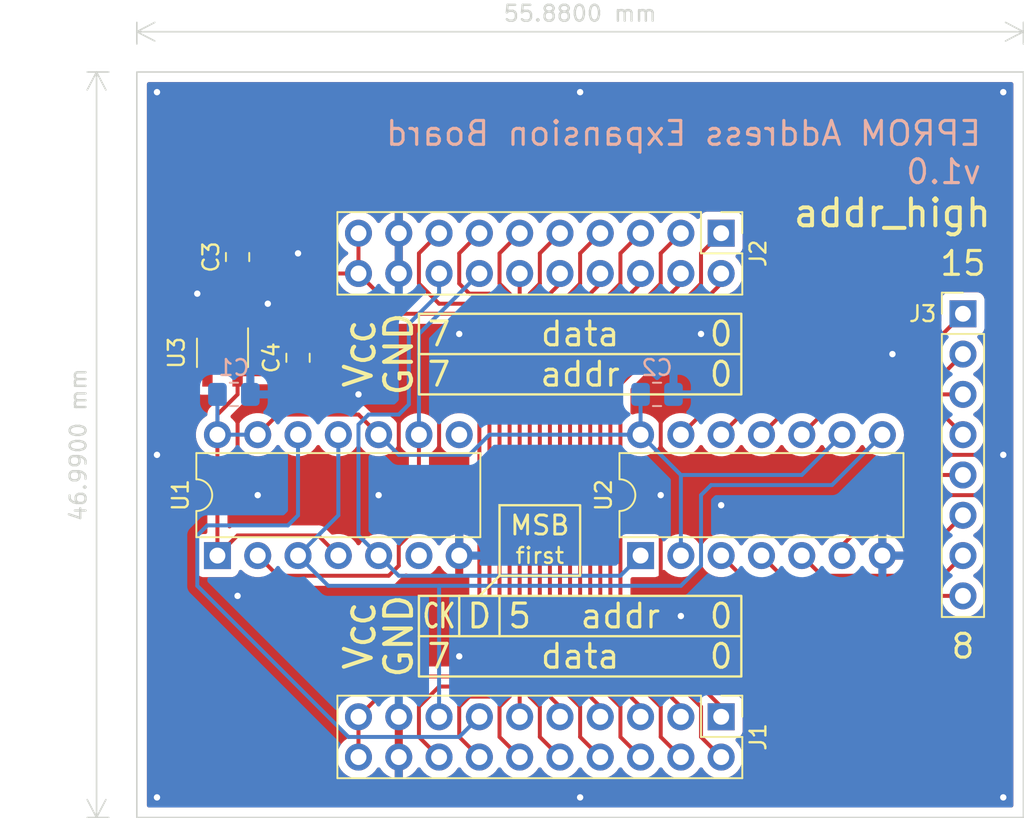
<source format=kicad_pcb>
(kicad_pcb (version 20211014) (generator pcbnew)
  (layers (0 "F.Cu" signal) (31 "B.Cu" signal) (34 "B.Paste" user) (35 "F.Paste" user) (36 "B.SilkS" user "B.Silkscreen") (37 "F.SilkS" user "F.Silkscreen") (38 "B.Mask" user) (39 "F.Mask" user) (44 "Edge.Cuts" user))
  (net 0 "")
  (net 1 "+5V")
  (net 2 "GND")
  (net 3 "VCC")
  (net 4 "/addr0")
  (net 5 "/addr1")
  (net 6 "/addr2")
  (net 7 "/addr3")
  (net 8 "/addr4")
  (net 9 "/addr5")
  (net 10 "/adata")
  (net 11 "/aclk")
  (net 12 "/data0")
  (net 13 "/data1")
  (net 14 "/data2")
  (net 15 "/data3")
  (net 16 "/data4")
  (net 17 "/data5")
  (net 18 "/data6")
  (net 19 "/data7")
  (net 20 "/addr6")
  (net 21 "/addr7")
  (net 22 "/addr15")
  (net 23 "/addr14")
  (net 24 "/addr13")
  (net 25 "/addr12")
  (net 26 "/addr11")
  (net 27 "/addr10")
  (net 28 "/addr9")
  (net 29 "/addr8")
  (footprint "PrjLibrary_MainBoard:DIP-14_W7.62mm_D1mm" (layer "F.Cu") (at 106.68 91.44 90)
    (fp_text reference "U1" (at 3.81 -2.33 90) (layer "F.SilkS"))
    (fp_text value "74HC74")
    (fp_line (start 6.46 16.57) (end 6.46 -1.33) (layer "F.SilkS") (width 0.12))
    (fp_line (start 1.16 -1.33) (end 1.16 16.57) (layer "F.SilkS") (width 0.12))
    (fp_line (start 6.46 -1.33) (end 4.81 -1.33) (layer "F.SilkS") (width 0.12))
    (fp_line (start 2.81 -1.33) (end 1.16 -1.33) (layer "F.SilkS") (width 0.12))
    (fp_line (start 1.16 16.57) (end 6.46 16.57) (layer "F.SilkS") (width 0.12))
    (fp_arc (start 4.81 -1.33) (mid 3.81 -0.33) (end 2.81 -1.33) (layer "F.SilkS") (width 0.12))
    (pad "1" thru_hole rect (at 0 0 90) (size 1.7 1.7) (drill 1) (layers *.Cu *.Mask) (net 1 "+5V"))
    (pad "2" thru_hole oval (at 0 2.54 90) (size 1.7 1.7) (drill 1) (layers *.Cu *.Mask) (net 20 "/addr6"))
    (pad "3" thru_hole oval (at 0 5.08 90) (size 1.7 1.7) (drill 1) (layers *.Cu *.Mask) (net 11 "/aclk"))
    (pad "4" thru_hole oval (at 0 7.62 90) (size 1.7 1.7) (drill 1) (layers *.Cu *.Mask) (net 1 "+5V"))
    (pad "5" thru_hole oval (at 0 10.16 90) (size 1.7 1.7) (drill 1) (layers *.Cu *.Mask) (net 21 "/addr7"))
    (pad "6" thru_hole oval (at 0 12.7 90) (size 1.7 1.7) (drill 1) (layers *.Cu *.Mask))
    (pad "7" thru_hole oval (at 0 15.24 90) (size 1.7 1.7) (drill 1) (layers *.Cu *.Mask) (net 2 "GND"))
    (pad "8" thru_hole oval (at 7.62 15.24 90) (size 1.7 1.7) (drill 1) (layers *.Cu *.Mask))
    (pad "9" thru_hole oval (at 7.62 12.7 90) (size 1.7 1.7) (drill 1) (layers *.Cu *.Mask) (net 20 "/addr6"))
    (pad "10" thru_hole oval (at 7.62 10.16 90) (size 1.7 1.7) (drill 1) (layers *.Cu *.Mask) (net 1 "+5V"))
    (pad "11" thru_hole oval (at 7.62 7.62 90) (size 1.7 1.7) (drill 1) (layers *.Cu *.Mask) (net 11 "/aclk"))
    (pad "12" thru_hole oval (at 7.62 5.08 90) (size 1.7 1.7) (drill 1) (layers *.Cu *.Mask) (net 10 "/adata"))
    (pad "13" thru_hole oval (at 7.62 2.54 90) (size 1.7 1.7) (drill 1) (layers *.Cu *.Mask) (net 1 "+5V"))
    (pad "14" thru_hole oval (at 7.62 0 90) (size 1.7 1.7) (drill 1) (layers *.Cu *.Mask) (net 1 "+5V"))
  )
  (footprint "Package_TO_SOT_SMD:SOT-23-5_HandSoldering" (layer "F.Cu") (at 107 78.66 -90)
    (fp_text reference "U3" (at 0 2.9 90) (layer "F.SilkS"))
    (fp_text value "XC6201P502MR-G")
    (fp_line (start 0.9 -1.61) (end -1.55 -1.61) (layer "F.SilkS") (width 0.12))
    (fp_line (start -0.9 1.61) (end 0.9 1.61) (layer "F.SilkS") (width 0.12))
    (pad "1" smd rect (at -1.35 -0.95 270) (size 1.56 0.65) (layers "F.Cu" "F.Paste" "F.Mask") (net 3 "VCC"))
    (pad "2" smd rect (at -1.35 0 270) (size 1.56 0.65) (layers "F.Cu" "F.Paste" "F.Mask") (net 2 "GND"))
    (pad "3" smd rect (at -1.35 0.95 270) (size 1.56 0.65) (layers "F.Cu" "F.Paste" "F.Mask"))
    (pad "4" smd rect (at 1.35 0.95 270) (size 1.56 0.65) (layers "F.Cu" "F.Paste" "F.Mask"))
    (pad "5" smd rect (at 1.35 -0.95 270) (size 1.56 0.65) (layers "F.Cu" "F.Paste" "F.Mask") (net 1 "+5V"))
  )
  (footprint "PrjLibrary_MainBoard:DIP-14_W7.62mm_D1mm" (layer "F.Cu") (at 133.35 91.44 90)
    (fp_text reference "U2" (at 3.81 -2.33 90) (layer "F.SilkS"))
    (fp_text value "74HC164")
    (fp_line (start 6.46 -1.33) (end 4.81 -1.33) (layer "F.SilkS") (width 0.12))
    (fp_line (start 1.16 -1.33) (end 1.16 16.57) (layer "F.SilkS") (width 0.12))
    (fp_line (start 2.81 -1.33) (end 1.16 -1.33) (layer "F.SilkS") (width 0.12))
    (fp_line (start 6.46 16.57) (end 6.46 -1.33) (layer "F.SilkS") (width 0.12))
    (fp_line (start 1.16 16.57) (end 6.46 16.57) (layer "F.SilkS") (width 0.12))
    (fp_arc (start 4.81 -1.33) (mid 3.81 -0.33) (end 2.81 -1.33) (layer "F.SilkS") (width 0.12))
    (pad "1" thru_hole rect (at 0 0 90) (size 1.7 1.7) (drill 1) (layers *.Cu *.Mask) (net 21 "/addr7"))
    (pad "2" thru_hole oval (at 0 2.54 90) (size 1.7 1.7) (drill 1) (layers *.Cu *.Mask) (net 1 "+5V"))
    (pad "3" thru_hole oval (at 0 5.08 90) (size 1.7 1.7) (drill 1) (layers *.Cu *.Mask) (net 29 "/addr8"))
    (pad "4" thru_hole oval (at 0 7.62 90) (size 1.7 1.7) (drill 1) (layers *.Cu *.Mask) (net 28 "/addr9"))
    (pad "5" thru_hole oval (at 0 10.16 90) (size 1.7 1.7) (drill 1) (layers *.Cu *.Mask) (net 27 "/addr10"))
    (pad "6" thru_hole oval (at 0 12.7 90) (size 1.7 1.7) (drill 1) (layers *.Cu *.Mask) (net 26 "/addr11"))
    (pad "7" thru_hole oval (at 0 15.24 90) (size 1.7 1.7) (drill 1) (layers *.Cu *.Mask) (net 2 "GND"))
    (pad "8" thru_hole oval (at 7.62 15.24 90) (size 1.7 1.7) (drill 1) (layers *.Cu *.Mask) (net 11 "/aclk"))
    (pad "9" thru_hole oval (at 7.62 12.7 90) (size 1.7 1.7) (drill 1) (layers *.Cu *.Mask) (net 1 "+5V"))
    (pad "10" thru_hole oval (at 7.62 10.16 90) (size 1.7 1.7) (drill 1) (layers *.Cu *.Mask) (net 25 "/addr12"))
    (pad "11" thru_hole oval (at 7.62 7.62 90) (size 1.7 1.7) (drill 1) (layers *.Cu *.Mask) (net 24 "/addr13"))
    (pad "12" thru_hole oval (at 7.62 5.08 90) (size 1.7 1.7) (drill 1) (layers *.Cu *.Mask) (net 23 "/addr14"))
    (pad "13" thru_hole oval (at 7.62 2.54 90) (size 1.7 1.7) (drill 1) (layers *.Cu *.Mask) (net 22 "/addr15"))
    (pad "14" thru_hole oval (at 7.62 0 90) (size 1.7 1.7) (drill 1) (layers *.Cu *.Mask) (net 1 "+5V"))
  )
  (footprint "PrjLibrary_MainBoard:PinHeader_2x10_P2.54mm_Vertical_Top_Bottom" (layer "F.Cu") (at 138.43 71.12 -90)
    (fp_text reference "J2" (at 1.27 -2.33 90) (layer "F.SilkS"))
    (fp_text value "to_eprom")
    (fp_line (start 1.27 -1.33) (end 3.87 -1.33) (layer "F.SilkS") (width 0.12))
    (fp_line (start -1.33 0) (end -1.33 -1.33) (layer "F.SilkS") (width 0.12))
    (fp_line (start 1.27 1.27) (end 1.27 -1.33) (layer "F.SilkS") (width 0.12))
    (fp_line (start -1.33 1.27) (end -1.33 24.19) (layer "F.SilkS") (width 0.12))
    (fp_line (start -1.33 -1.33) (end 0 -1.33) (layer "F.SilkS") (width 0.12))
    (fp_line (start 3.87 -1.33) (end 3.87 24.19) (layer "F.SilkS") (width 0.12))
    (fp_line (start -1.33 1.27) (end 1.27 1.27) (layer "F.SilkS") (width 0.12))
    (fp_line (start -1.33 24.19) (end 3.87 24.19) (layer "F.SilkS") (width 0.12))
    (pad "1" thru_hole rect (at 0 0 270) (size 1.7 1.7) (drill 1) (layers *.Cu *.Mask) (net 12 "/data0"))
    (pad "2" thru_hole oval (at 0 2.54 270) (size 1.7 1.7) (drill 1) (layers *.Cu *.Mask) (net 13 "/data1"))
    (pad "3" thru_hole oval (at 0 5.08 270) (size 1.7 1.7) (drill 1) (layers *.Cu *.Mask) (net 14 "/data2"))
    (pad "4" thru_hole oval (at 0 7.62 270) (size 1.7 1.7) (drill 1) (layers *.Cu *.Mask) (net 15 "/data3"))
    (pad "5" thru_hole oval (at 0 10.16 270) (size 1.7 1.7) (drill 1) (layers *.Cu *.Mask) (net 16 "/data4"))
    (pad "6" thru_hole oval (at 0 12.7 270) (size 1.7 1.7) (drill 1) (layers *.Cu *.Mask) (net 17 "/data5"))
    (pad "7" thru_hole oval (at 0 15.24 270) (size 1.7 1.7) (drill 1) (layers *.Cu *.Mask) (net 18 "/data6"))
    (pad "8" thru_hole oval (at 0 17.78 270) (size 1.7 1.7) (drill 1) (layers *.Cu *.Mask) (net 19 "/data7"))
    (pad "9" thru_hole oval (at 0 20.32 270) (size 1.7 1.7) (drill 1) (layers *.Cu *.Mask) (net 2 "GND"))
    (pad "10" thru_hole oval (at 0 22.86 270) (size 1.7 1.7) (drill 1) (layers *.Cu *.Mask) (net 3 "VCC"))
    (pad "11" thru_hole oval (at 2.54 0 270) (size 1.7 1.7) (drill 1) (layers *.Cu *.Mask) (net 4 "/addr0"))
    (pad "12" thru_hole oval (at 2.54 2.54 270) (size 1.7 1.7) (drill 1) (layers *.Cu *.Mask) (net 5 "/addr1"))
    (pad "13" thru_hole oval (at 2.54 5.08 270) (size 1.7 1.7) (drill 1) (layers *.Cu *.Mask) (net 6 "/addr2"))
    (pad "14" thru_hole oval (at 2.54 7.62 270) (size 1.7 1.7) (drill 1) (layers *.Cu *.Mask) (net 7 "/addr3"))
    (pad "15" thru_hole oval (at 2.54 10.16 270) (size 1.7 1.7) (drill 1) (layers *.Cu *.Mask) (net 8 "/addr4"))
    (pad "16" thru_hole oval (at 2.54 12.7 270) (size 1.7 1.7) (drill 1) (layers *.Cu *.Mask) (net 9 "/addr5"))
    (pad "17" thru_hole oval (at 2.54 15.24 270) (size 1.7 1.7) (drill 1) (layers *.Cu *.Mask) (net 20 "/addr6"))
    (pad "18" thru_hole oval (at 2.54 17.78 270) (size 1.7 1.7) (drill 1) (layers *.Cu *.Mask) (net 21 "/addr7"))
    (pad "19" thru_hole oval (at 2.54 20.32 270) (size 1.7 1.7) (drill 1) (layers *.Cu *.Mask) (net 2 "GND"))
    (pad "20" thru_hole oval (at 2.54 22.86 270) (size 1.7 1.7) (drill 1) (layers *.Cu *.Mask) (net 3 "VCC"))
  )
  (footprint "Capacitor_SMD:C_0805_2012Metric_Pad1.18x1.45mm_HandSolder" (layer "F.Cu") (at 107.95 72.6225 90)
    (fp_text reference "C3" (at 0 -1.68 90) (layer "F.SilkS"))
    (fp_text value "1u")
    (fp_line (start -0.261252 -0.735) (end 0.261252 -0.735) (layer "F.SilkS") (width 0.12))
    (fp_line (start -0.261252 0.735) (end 0.261252 0.735) (layer "F.SilkS") (width 0.12))
    (pad "1" smd roundrect (at -1.0375 0 90) (size 1.175 1.45) (layers "F.Cu" "F.Paste" "F.Mask") (roundrect_rratio 0.2127659574) (net 3 "VCC"))
    (pad "2" smd roundrect (at 1.0375 0 90) (size 1.175 1.45) (layers "F.Cu" "F.Paste" "F.Mask") (roundrect_rratio 0.2127659574) (net 2 "GND"))
  )
  (footprint "PrjLibrary_MainBoard:PinHeader_2x10_P2.54mm_Vertical_Top_Bottom" (layer "F.Cu") (at 138.43 101.6 -90)
    (fp_text reference "J1" (at 1.27 -2.33 90) (layer "F.SilkS"))
    (fp_text value "to_shield")
    (fp_line (start -1.33 1.27) (end 1.27 1.27) (layer "F.SilkS") (width 0.12))
    (fp_line (start -1.33 24.19) (end 3.87 24.19) (layer "F.SilkS") (width 0.12))
    (fp_line (start -1.33 -1.33) (end 0 -1.33) (layer "F.SilkS") (width 0.12))
    (fp_line (start -1.33 0) (end -1.33 -1.33) (layer "F.SilkS") (width 0.12))
    (fp_line (start 3.87 -1.33) (end 3.87 24.19) (layer "F.SilkS") (width 0.12))
    (fp_line (start 1.27 1.27) (end 1.27 -1.33) (layer "F.SilkS") (width 0.12))
    (fp_line (start -1.33 1.27) (end -1.33 24.19) (layer "F.SilkS") (width 0.12))
    (fp_line (start 1.27 -1.33) (end 3.87 -1.33) (layer "F.SilkS") (width 0.12))
    (pad "1" thru_hole rect (at 0 0 270) (size 1.7 1.7) (drill 1) (layers *.Cu *.Mask) (net 4 "/addr0"))
    (pad "2" thru_hole oval (at 0 2.54 270) (size 1.7 1.7) (drill 1) (layers *.Cu *.Mask) (net 5 "/addr1"))
    (pad "3" thru_hole oval (at 0 5.08 270) (size 1.7 1.7) (drill 1) (layers *.Cu *.Mask) (net 6 "/addr2"))
    (pad "4" thru_hole oval (at 0 7.62 270) (size 1.7 1.7) (drill 1) (layers *.Cu *.Mask) (net 7 "/addr3"))
    (pad "5" thru_hole oval (at 0 10.16 270) (size 1.7 1.7) (drill 1) (layers *.Cu *.Mask) (net 8 "/addr4"))
    (pad "6" thru_hole oval (at 0 12.7 270) (size 1.7 1.7) (drill 1) (layers *.Cu *.Mask) (net 9 "/addr5"))
    (pad "7" thru_hole oval (at 0 15.24 270) (size 1.7 1.7) (drill 1) (layers *.Cu *.Mask) (net 10 "/adata"))
    (pad "8" thru_hole oval (at 0 17.78 270) (size 1.7 1.7) (drill 1) (layers *.Cu *.Mask) (net 11 "/aclk"))
    (pad "9" thru_hole oval (at 0 20.32 270) (size 1.7 1.7) (drill 1) (layers *.Cu *.Mask) (net 2 "GND"))
    (pad "10" thru_hole oval (at 0 22.86 270) (size 1.7 1.7) (drill 1) (layers *.Cu *.Mask) (net 3 "VCC"))
    (pad "11" thru_hole oval (at 2.54 0 270) (size 1.7 1.7) (drill 1) (layers *.Cu *.Mask) (net 12 "/data0"))
    (pad "12" thru_hole oval (at 2.54 2.54 270) (size 1.7 1.7) (drill 1) (layers *.Cu *.Mask) (net 13 "/data1"))
    (pad "13" thru_hole oval (at 2.54 5.08 270) (size 1.7 1.7) (drill 1) (layers *.Cu *.Mask) (net 14 "/data2"))
    (pad "14" thru_hole oval (at 2.54 7.62 270) (size 1.7 1.7) (drill 1) (layers *.Cu *.Mask) (net 15 "/data3"))
    (pad "15" thru_hole oval (at 2.54 10.16 270) (size 1.7 1.7) (drill 1) (layers *.Cu *.Mask) (net 16 "/data4"))
    (pad "16" thru_hole oval (at 2.54 12.7 270) (size 1.7 1.7) (drill 1) (layers *.Cu *.Mask) (net 17 "/data5"))
    (pad "17" thru_hole oval (at 2.54 15.24 270) (size 1.7 1.7) (drill 1) (layers *.Cu *.Mask) (net 18 "/data6"))
    (pad "18" thru_hole oval (at 2.54 17.78 270) (size 1.7 1.7) (drill 1) (layers *.Cu *.Mask) (net 19 "/data7"))
    (pad "19" thru_hole oval (at 2.54 20.32 270) (size 1.7 1.7) (drill 1) (layers *.Cu *.Mask) (net 2 "GND"))
    (pad "20" thru_hole oval (at 2.54 22.86 270) (size 1.7 1.7) (drill 1) (layers *.Cu *.Mask) (net 3 "VCC"))
  )
  (footprint "Capacitor_SMD:C_0805_2012Metric_Pad1.18x1.45mm_HandSolder" (layer "F.Cu") (at 111.76 78.9725 90)
    (fp_text reference "C4" (at 0 -1.68 90) (layer "F.SilkS"))
    (fp_text value "1u")
    (fp_line (start -0.261252 -0.735) (end 0.261252 -0.735) (layer "F.SilkS") (width 0.12))
    (fp_line (start -0.261252 0.735) (end 0.261252 0.735) (layer "F.SilkS") (width 0.12))
    (pad "1" smd roundrect (at -1.0375 0 90) (size 1.175 1.45) (layers "F.Cu" "F.Paste" "F.Mask") (roundrect_rratio 0.2127659574) (net 1 "+5V"))
    (pad "2" smd roundrect (at 1.0375 0 90) (size 1.175 1.45) (layers "F.Cu" "F.Paste" "F.Mask") (roundrect_rratio 0.2127659574) (net 2 "GND"))
  )
  (footprint "Connector_PinHeader_2.54mm:PinHeader_1x08_P2.54mm_Vertical" (layer "F.Cu") (at 153.67 76.2)
    (fp_text reference "J3" (at -2.54 0) (layer "F.SilkS"))
    (fp_text value "addr_high")
    (fp_line (start -1.33 -1.33) (end 0 -1.33) (layer "F.SilkS") (width 0.12))
    (fp_line (start -1.33 0) (end -1.33 -1.33) (layer "F.SilkS") (width 0.12))
    (fp_line (start -1.33 1.27) (end -1.33 19.11) (layer "F.SilkS") (width 0.12))
    (fp_line (start 1.33 1.27) (end 1.33 19.11) (layer "F.SilkS") (width 0.12))
    (fp_line (start -1.33 19.11) (end 1.33 19.11) (layer "F.SilkS") (width 0.12))
    (fp_line (start -1.33 1.27) (end 1.33 1.27) (layer "F.SilkS") (width 0.12))
    (pad "1" thru_hole rect (at 0 0) (size 1.7 1.7) (drill 1) (layers *.Cu *.Mask) (net 22 "/addr15"))
    (pad "2" thru_hole oval (at 0 2.54) (size 1.7 1.7) (drill 1) (layers *.Cu *.Mask) (net 23 "/addr14"))
    (pad "3" thru_hole oval (at 0 5.08) (size 1.7 1.7) (drill 1) (layers *.Cu *.Mask) (net 24 "/addr13"))
    (pad "4" thru_hole oval (at 0 7.62) (size 1.7 1.7) (drill 1) (layers *.Cu *.Mask) (net 25 "/addr12"))
    (pad "5" thru_hole oval (at 0 10.16) (size 1.7 1.7) (drill 1) (layers *.Cu *.Mask) (net 26 "/addr11"))
    (pad "6" thru_hole oval (at 0 12.7) (size 1.7 1.7) (drill 1) (layers *.Cu *.Mask) (net 27 "/addr10"))
    (pad "7" thru_hole oval (at 0 15.24) (size 1.7 1.7) (drill 1) (layers *.Cu *.Mask) (net 28 "/addr9"))
    (pad "8" thru_hole oval (at 0 17.78) (size 1.7 1.7) (drill 1) (layers *.Cu *.Mask) (net 29 "/addr8"))
  )
  (footprint "Capacitor_SMD:C_0805_2012Metric_Pad1.18x1.45mm_HandSolder" (layer "B.Cu") (at 134.3875 81.28)
    (fp_text reference "C2" (at 0 -1.68) (layer "B.SilkS") (effects (justify mirror)))
    (fp_text value "0.1u")
    (fp_line (start -0.261252 -0.735) (end 0.261252 -0.735) (layer "B.SilkS") (width 0.12))
    (fp_line (start -0.261252 0.735) (end 0.261252 0.735) (layer "B.SilkS") (width 0.12))
    (pad "1" smd roundrect (at -1.0375 0) (size 1.175 1.45) (layers "B.Cu" "B.Paste" "B.Mask") (roundrect_rratio 0.2127659574) (net 1 "+5V"))
    (pad "2" smd roundrect (at 1.0375 0) (size 1.175 1.45) (layers "B.Cu" "B.Paste" "B.Mask") (roundrect_rratio 0.2127659574) (net 2 "GND"))
  )
  (footprint "Capacitor_SMD:C_0805_2012Metric_Pad1.18x1.45mm_HandSolder" (layer "B.Cu") (at 107.7175 81.28)
    (fp_text reference "C1" (at 0 -1.68) (layer "B.SilkS") (effects (justify mirror)))
    (fp_text value "0.1u")
    (fp_line (start -0.261252 -0.735) (end 0.261252 -0.735) (layer "B.SilkS") (width 0.12))
    (fp_line (start -0.261252 0.735) (end 0.261252 0.735) (layer "B.SilkS") (width 0.12))
    (pad "1" smd roundrect (at -1.0375 0) (size 1.175 1.45) (layers "B.Cu" "B.Paste" "B.Mask") (roundrect_rratio 0.2127659574) (net 1 "+5V"))
    (pad "2" smd roundrect (at 1.0375 0) (size 1.175 1.45) (layers "B.Cu" "B.Paste" "B.Mask") (roundrect_rratio 0.2127659574) (net 2 "GND"))
  )
  (gr_line (start 121.92 93.98) (end 121.92 96.52) (layer "F.SilkS") (width 0.15))
  (gr_rect (start 124.46 88.265) (end 129.54 92.71) (layer "F.SilkS") (width 0.15) (fill none))
  (gr_line (start 119.38 78.74) (end 139.7 78.74) (layer "F.SilkS") (width 0.15))
  (gr_line (start 119.38 96.52) (end 139.7 96.52) (layer "F.SilkS") (width 0.15))
  (gr_line (start 124.46 92.71) (end 123.19 93.98) (layer "F.SilkS") (width 0.15))
  (gr_rect (start 119.38 76.2) (end 139.7 81.28) (layer "F.SilkS") (width 0.15) (fill none))
  (gr_line (start 124.46 93.98) (end 124.46 96.52) (layer "F.SilkS") (width 0.15))
  (gr_rect (start 119.38 93.98) (end 139.7 99.06) (layer "F.SilkS") (width 0.15) (fill none))
  (gr_rect (start 101.6 60.96) (end 157.48 107.95) (layer "Edge.Cuts") (width 0.1) (fill none))
  (gr_text "EPROM Address Expansion Board\nv1.0" (at 154.94 66.04) (layer "B.SilkS") (effects (font (size 1.5 1.5) (thickness 0.2)) (justify left mirror)))
  (gr_text "D" (at 123.19 95.25) (layer "F.SilkS") (effects (font (size 1.5 1.5) (thickness 0.2))))
  (gr_text "addr" (at 132.08 95.25) (layer "F.SilkS") (effects (font (size 1.5 1.5) (thickness 0.2))))
  (gr_text "GND" (at 118.11 78.74 90) (layer "F.SilkS") (effects (font (size 1.7 1.7) (thickness 0.25))))
  (gr_text "MSB" (at 127 89.535) (layer "F.SilkS") (effects (font (size 1.2 1.2) (thickness 0.18))))
  (gr_text "0" (at 138.43 80.01) (layer "F.SilkS") (effects (font (size 1.5 1.5) (thickness 0.2))))
  (gr_text "CK" (at 120.65 95.25) (layer "F.SilkS") (effects (font (size 1.5 1) (thickness 0.2))))
  (gr_text "7" (at 120.65 80.01) (layer "F.SilkS") (effects (font (size 1.5 1.5) (thickness 0.2))))
  (gr_text "data" (at 129.54 77.47) (layer "F.SilkS") (effects (font (size 1.5 1.5) (thickness 0.2))))
  (gr_text "5" (at 125.73 95.25) (layer "F.SilkS") (effects (font (size 1.5 1.5) (thickness 0.2))))
  (gr_text "data" (at 129.54 97.79) (layer "F.SilkS") (effects (font (size 1.5 1.5) (thickness 0.2))))
  (gr_text "7" (at 120.65 97.79) (layer "F.SilkS") (effects (font (size 1.5 1.5) (thickness 0.2))))
  (gr_text "15" (at 153.67 73.025) (layer "F.SilkS") (effects (font (size 1.5 1.5) (thickness 0.2))))
  (gr_text "0" (at 138.43 95.25) (layer "F.SilkS") (effects (font (size 1.5 1.5) (thickness 0.2))))
  (gr_text "addr" (at 129.54 80.01) (layer "F.SilkS") (effects (font (size 1.5 1.5) (thickness 0.2))))
  (gr_text "V_{CC}" (at 115.57 78.74 90) (layer "F.SilkS") (effects (font (size 1.7 1.7) (thickness 0.25))))
  (gr_text "0" (at 138.43 97.79) (layer "F.SilkS") (effects (font (size 1.5 1.5) (thickness 0.2))))
  (gr_text "0" (at 138.43 77.47) (layer "F.SilkS") (effects (font (size 1.5 1.5) (thickness 0.2))))
  (gr_text "7" (at 120.65 77.47) (layer "F.SilkS") (effects (font (size 1.5 1.5) (thickness 0.2))))
  (gr_text "addr_high" (at 155.575 69.85) (layer "F.SilkS") (effects (font (size 1.7 1.7) (thickness 0.25)) (justify right)))
  (gr_text "first" (at 127 91.44) (layer "F.SilkS") (effects (font (size 1 1))))
  (gr_text "GND" (at 118.11 96.52 90) (layer "F.SilkS") (effects (font (size 1.7 1.7) (thickness 0.25))))
  (gr_text "8" (at 153.67 97.155) (layer "F.SilkS") (effects (font (size 1.5 1.5) (thickness 0.2))))
  (gr_text "V_{CC}" (at 115.57 96.52 90) (layer "F.SilkS") (effects (font (size 1.7 1.7) (thickness 0.25))))
  (dimension (type aligned) (layer "Edge.Cuts") (pts (xy 101.6 59.69) (xy 157.48 59.69)) (height -1.27) (gr_text "55.8800 mm" (at 129.54 57.27) (layer "Edge.Cuts") (effects (font (size 1 1) (thickness 0.15)))) (format (units 3) (units_format 1) (precision 4)) (style (thickness 0.1) (arrow_length 1.27) (text_position_mode 0) (extension_height 0.58642) (extension_offset 0.5) keep_text_aligned))
  (dimension (type aligned) (layer "Edge.Cuts") (pts (xy 100.33 60.96) (xy 100.33 107.95)) (height 1.27) (gr_text "46.9900 mm" (at 97.91 84.455 90) (layer "Edge.Cuts") (effects (font (size 1 1) (thickness 0.15)))) (format (units 3) (units_format 1) (precision 4)) (style (thickness 0.1) (arrow_length 1.27) (text_position_mode 0) (extension_height 0.58642) (extension_offset 0.5) keep_text_aligned))
  (segment (start 115.57 82.55) (end 110.49 82.55) (width 0.25) (layer "F.Cu") (net 1))
  (segment (start 116.84 83.82) (end 115.57 82.55) (width 0.25) (layer "F.Cu") (net 1))
  (segment (start 107.95 90.17) (end 113.03 90.17) (width 0.25) (layer "F.Cu") (net 1))
  (segment (start 106.68 82.55) (end 106.68 83.82) (width 0.25) (layer "F.Cu") (net 1))
  (segment (start 107.95 81.28) (end 106.68 82.55) (width 0.25) (layer "F.Cu") (net 1))
  (segment (start 107.95 80.01) (end 107.95 81.28) (width 0.25) (layer "F.Cu") (net 1))
  (segment (start 110.49 82.55) (end 109.22 83.82) (width 0.25) (layer "F.Cu") (net 1))
  (segment (start 107.95 80.01) (end 111.76 80.01) (width 0.25) (layer "F.Cu") (net 1))
  (segment (start 106.68 91.44) (end 106.68 83.82) (width 0.25) (layer "F.Cu") (net 1))
  (segment (start 113.03 90.17) (end 114.3 91.44) (width 0.25) (layer "F.Cu") (net 1))
  (segment (start 106.68 91.44) (end 107.95 90.17) (width 0.25) (layer "F.Cu") (net 1))
  (segment (start 133.35 81.28) (end 133.35 83.82) (width 0.25) (layer "B.Cu") (net 1))
  (segment (start 122.555 85.09) (end 123.825 83.82) (width 0.25) (layer "B.Cu") (net 1))
  (segment (start 133.35 83.82) (end 135.89 86.36) (width 0.25) (layer "B.Cu") (net 1))
  (segment (start 116.84 83.82) (end 118.11 85.09) (width 0.25) (layer "B.Cu") (net 1))
  (segment (start 123.825 83.82) (end 133.35 83.82) (width 0.25) (layer "B.Cu") (net 1))
  (segment (start 143.51 86.36) (end 146.05 83.82) (width 0.25) (layer "B.Cu") (net 1))
  (segment (start 135.89 86.36) (end 135.89 91.44) (width 0.25) (layer "B.Cu") (net 1))
  (segment (start 109.22 83.82) (end 106.68 83.82) (width 0.25) (layer "B.Cu") (net 1))
  (segment (start 118.11 85.09) (end 122.555 85.09) (width 0.25) (layer "B.Cu") (net 1))
  (segment (start 106.68 81.28) (end 106.68 83.82) (width 0.25) (layer "B.Cu") (net 1))
  (segment (start 135.89 86.36) (end 143.51 86.36) (width 0.25) (layer "B.Cu") (net 1))
  (segment (start 107 77.31) (end 107 75.885) (width 0.25) (layer "F.Cu") (net 2))
  (segment (start 134.62 93.98) (end 134.62 89.535) (width 0.25) (layer "F.Cu") (net 2))
  (segment (start 120.65 85.09) (end 120.65 82.55) (width 0.25) (layer "F.Cu") (net 2))
  (segment (start 107.95 82.55) (end 107.95 85.09) (width 0.25) (layer "F.Cu") (net 2))
  (segment (start 152.4 87.63) (end 154.94 87.63) (width 0.25) (layer "F.Cu") (net 2))
  (segment (start 154.94 85.09) (end 152.4 85.09) (width 0.25) (layer "F.Cu") (net 2))
  (segment (start 134.62 81.915) (end 134.62 85.725) (width 0.25) (layer "F.Cu") (net 2))
  (segment (start 118.11 82.55) (end 118.11 85.09) (width 0.25) (layer "F.Cu") (net 2))
  (via (at 138.43 88.265) (size 0.8) (drill 0.4) (layers "F.Cu" "B.Cu") (net 2))
  (via (at 156.21 85.09) (size 0.8) (drill 0.4) (layers "F.Cu" "B.Cu") (net 2))
  (via (at 105.41 74.93) (size 0.8) (drill 0.4) (layers "F.Cu" "B.Cu") (net 2))
  (via (at 135.89 95.25) (size 0.8) (drill 0.4) (layers "F.Cu" "B.Cu") (net 2))
  (via (at 149.225 78.74) (size 0.8) (drill 0.4) (layers "F.Cu" "B.Cu") (net 2))
  (via (at 134.62 87.63) (size 0.8) (drill 0.4) (layers "F.Cu" "B.Cu") (net 2))
  (via (at 156.21 62.23) (size 0.8) (drill 0.4) (layers "F.Cu" "B.Cu") (net 2))
  (via (at 121.92 77.47) (size 0.8) (drill 0.4) (layers "F.Cu" "B.Cu") (net 2))
  (via (at 109.22 87.63) (size 0.8) (drill 0.4) (layers "F.Cu" "B.Cu") (net 2))
  (via (at 102.87 62.23) (size 0.8) (drill 0.4) (layers "F.Cu" "B.Cu") (net 2))
  (via (at 156.21 106.68) (size 0.8) (drill 0.4) (layers "F.Cu" "B.Cu") (net 2))
  (via (at 129.54 62.23) (size 0.8) (drill 0.4) (layers "F.Cu" "B.Cu") (net 2))
  (via (at 137.16 77.47) (size 0.8) (drill 0.4) (layers "F.Cu" "B.Cu") (net 2))
  (via (at 111.76 72.39) (size 0.8) (drill 0.4) (layers "F.Cu" "B.Cu") (net 2))
  (via (at 102.87 106.68) (size 0.8) (drill 0.4) (layers "F.Cu" "B.Cu") (net 2))
  (via (at 107.95 93.98) (size 0.8) (drill 0.4) (layers "F.Cu" "B.Cu") (net 2))
  (via (at 102.87 85.09) (size 0.8) (drill 0.4) (layers "F.Cu" "B.Cu") (net 2))
  (via (at 121.92 97.79) (size 0.8) (drill 0.4) (layers "F.Cu" "B.Cu") (net 2))
  (via (at 115.57 81.28) (size 0.8) (drill 0.4) (layers "F.Cu" "B.Cu") (net 2))
  (via (at 129.54 106.68) (size 0.8) (drill 0.4) (layers "F.Cu" "B.Cu") (net 2))
  (via (at 116.84 87.63) (size 0.8) (drill 0.4) (layers "F.Cu" "B.Cu") (net 2))
  (via (at 109.855 75.565) (size 0.8) (drill 0.4) (layers "F.Cu" "B.Cu") (net 2))
  (segment (start 115.57 104.14) (end 115.57 101.6) (width 0.25) (layer "F.Cu") (net 3))
  (segment (start 115.57 101.6) (end 118.11 99.06) (width 0.25) (layer "F.Cu") (net 3))
  (segment (start 115.57 71.12) (end 115.57 73.66) (width 0.25) (layer "F.Cu") (net 3))
  (segment (start 115.57 73.66) (end 107.95 73.66) (width 0.25) (layer "F.Cu") (net 3))
  (segment (start 122.555 99.06) (end 123.19 98.425) (width 0.25) (layer "F.Cu") (net 3))
  (segment (start 123.19 76.835) (end 122.555 76.2) (width 0.25) (layer "F.Cu") (net 3))
  (segment (start 107.95 77.31) (end 107.95 73.66) (width 0.25) (layer "F.Cu") (net 3))
  (segment (start 118.11 76.2) (end 115.57 73.66) (width 0.25) (layer "F.Cu") (net 3))
  (segment (start 122.555 76.2) (end 118.11 76.2) (width 0.25) (layer "F.Cu") (net 3))
  (segment (start 118.11 99.06) (end 122.555 99.06) (width 0.25) (layer "F.Cu") (net 3))
  (segment (start 123.19 98.425) (end 123.19 76.835) (width 0.25) (layer "F.Cu") (net 3))
  (segment (start 138.43 74.295) (end 138.43 73.66) (width 0.25) (layer "F.Cu") (net 4))
  (segment (start 132.08 80.645) (end 138.43 74.295) (width 0.25) (layer "F.Cu") (net 4))
  (segment (start 138.43 101.6) (end 138.43 100.965) (width 0.25) (layer "F.Cu") (net 4))
  (segment (start 138.43 100.965) (end 132.08 94.615) (width 0.25) (layer "F.Cu") (net 4))
  (segment (start 132.08 94.615) (end 132.08 80.645) (width 0.25) (layer "F.Cu") (net 4))
  (segment (start 130.81 95.885) (end 130.81 79.375) (width 0.25) (layer "F.Cu") (net 5))
  (segment (start 135.89 100.965) (end 130.81 95.885) (width 0.25) (layer "F.Cu") (net 5))
  (segment (start 130.81 79.375) (end 135.89 74.295) (width 0.25) (layer "F.Cu") (net 5))
  (segment (start 135.89 101.6) (end 135.89 100.965) (width 0.25) (layer "F.Cu") (net 5))
  (segment (start 135.89 74.295) (end 135.89 73.66) (width 0.25) (layer "F.Cu") (net 5))
  (segment (start 129.54 97.155) (end 129.54 78.105) (width 0.25) (layer "F.Cu") (net 6))
  (segment (start 133.35 101.6) (end 133.35 100.965) (width 0.25) (layer "F.Cu") (net 6))
  (segment (start 129.54 78.105) (end 133.35 74.295) (width 0.25) (layer "F.Cu") (net 6))
  (segment (start 133.35 74.295) (end 133.35 73.66) (width 0.25) (layer "F.Cu") (net 6))
  (segment (start 133.35 100.965) (end 129.54 97.155) (width 0.25) (layer "F.Cu") (net 6))
  (segment (start 130.81 101.6) (end 130.81 100.965) (width 0.25) (layer "F.Cu") (net 7))
  (segment (start 128.27 76.835) (end 130.81 74.295) (width 0.25) (layer "F.Cu") (net 7))
  (segment (start 130.81 100.965) (end 128.27 98.425) (width 0.25) (layer "F.Cu") (net 7))
  (segment (start 130.81 74.295) (end 130.81 73.66) (width 0.25) (layer "F.Cu") (net 7))
  (segment (start 128.27 98.425) (end 128.27 76.835) (width 0.25) (layer "F.Cu") (net 7))
  (segment (start 127 99.695) (end 127 75.565) (width 0.25) (layer "F.Cu") (net 8))
  (segment (start 128.27 100.965) (end 127 99.695) (width 0.25) (layer "F.Cu") (net 8))
  (segment (start 128.27 101.6) (end 128.27 100.965) (width 0.25) (layer "F.Cu") (net 8))
  (segment (start 128.27 73.66) (end 128.27 74.295) (width 0.25) (layer "F.Cu") (net 8))
  (segment (start 128.27 74.295) (end 127 75.565) (width 0.25) (layer "F.Cu") (net 8))
  (segment (start 125.73 73.66) (end 125.73 101.6) (width 0.25) (layer "F.Cu") (net 9))
  (segment (start 105.41 90.17) (end 106.045 89.535) (width 0.25) (layer "B.Cu") (net 10))
  (segment (start 114.935 102.87) (end 105.41 93.345) (width 0.25) (layer "B.Cu") (net 10))
  (segment (start 111.76 88.9) (end 111.76 83.82) (width 0.25) (layer "B.Cu") (net 10))
  (segment (start 105.41 93.345) (end 105.41 90.17) (width 0.25) (layer "B.Cu") (net 10))
  (segment (start 123.19 101.6) (end 121.92 102.87) (width 0.25) (layer "B.Cu") (net 10))
  (segment (start 111.125 89.535) (end 111.76 88.9) (width 0.25) (layer "B.Cu") (net 10))
  (segment (start 106.045 89.535) (end 111.125 89.535) (width 0.25) (layer "B.Cu") (net 10))
  (segment (start 121.92 102.87) (end 114.935 102.87) (width 0.25) (layer "B.Cu") (net 10))
  (segment (start 135.89 93.345) (end 120.65 93.345) (width 0.25) (layer "B.Cu") (net 11))
  (segment (start 137.795 86.995) (end 137.16 87.63) (width 0.25) (layer "B.Cu") (net 11))
  (segment (start 111.76 91.44) (end 114.3 88.9) (width 0.25) (layer "B.Cu") (net 11))
  (segment (start 120.65 101.6) (end 120.65 93.345) (width 0.25) (layer "B.Cu") (net 11))
  (segment (start 137.16 87.63) (end 137.16 92.075) (width 0.25) (layer "B.Cu") (net 11))
  (segment (start 113.665 93.345) (end 111.76 91.44) (width 0.25) (layer "B.Cu") (net 11))
  (segment (start 148.59 83.82) (end 145.415 86.995) (width 0.25) (layer "B.Cu") (net 11))
  (segment (start 145.415 86.995) (end 137.795 86.995) (width 0.25) (layer "B.Cu") (net 11))
  (segment (start 120.65 93.345) (end 113.665 93.345) (width 0.25) (layer "B.Cu") (net 11))
  (segment (start 114.3 88.9) (end 114.3 83.82) (width 0.25) (layer "B.Cu") (net 11))
  (segment (start 137.16 92.075) (end 135.89 93.345) (width 0.25) (layer "B.Cu") (net 11))
  (segment (start 138.43 71.12) (end 137.16 72.39) (width 0.25) (layer "F.Cu") (net 12))
  (segment (start 137.16 72.39) (end 137.16 74.295) (width 0.25) (layer "F.Cu") (net 12))
  (segment (start 131.445 80.01) (end 131.445 95.25) (width 0.25) (layer "F.Cu") (net 12))
  (segment (start 137.16 100.965) (end 137.16 102.87) (width 0.25) (layer "F.Cu") (net 12))
  (segment (start 137.16 102.87) (end 138.43 104.14) (width 0.25) (layer "F.Cu") (net 12))
  (segment (start 131.445 95.25) (end 137.16 100.965) (width 0.25) (layer "F.Cu") (net 12))
  (segment (start 137.16 74.295) (end 131.445 80.01) (width 0.25) (layer "F.Cu") (net 12))
  (segment (start 130.175 78.74) (end 130.175 96.52) (width 0.25) (layer "F.Cu") (net 13))
  (segment (start 134.62 102.87) (end 135.89 104.14) (width 0.25) (layer "F.Cu") (net 13))
  (segment (start 134.62 72.39) (end 134.62 74.295) (width 0.25) (layer "F.Cu") (net 13))
  (segment (start 134.62 74.295) (end 130.175 78.74) (width 0.25) (layer "F.Cu") (net 13))
  (segment (start 130.175 96.52) (end 134.62 100.965) (width 0.25) (layer "F.Cu") (net 13))
  (segment (start 134.62 100.965) (end 134.62 102.87) (width 0.25) (layer "F.Cu") (net 13))
  (segment (start 135.89 71.12) (end 134.62 72.39) (width 0.25) (layer "F.Cu") (net 13))
  (segment (start 133.35 71.12) (end 132.08 72.39) (width 0.25) (layer "F.Cu") (net 14))
  (segment (start 128.905 97.79) (end 132.08 100.965) (width 0.25) (layer "F.Cu") (net 14))
  (segment (start 132.08 72.39) (end 132.08 74.295) (width 0.25) (layer "F.Cu") (net 14))
  (segment (start 132.08 100.965) (end 132.08 102.87) (width 0.25) (layer "F.Cu") (net 14))
  (segment (start 132.08 74.295) (end 128.905 77.47) (width 0.25) (layer "F.Cu") (net 14))
  (segment (start 128.905 77.47) (end 128.905 97.79) (width 0.25) (layer "F.Cu") (net 14))
  (segment (start 132.08 102.87) (end 133.35 104.14) (width 0.25) (layer "F.Cu") (net 14))
  (segment (start 129.54 102.87) (end 130.81 104.14) (width 0.25) (layer "F.Cu") (net 15))
  (segment (start 130.81 71.12) (end 129.54 72.39) (width 0.25) (layer "F.Cu") (net 15))
  (segment (start 129.54 72.39) (end 129.54 74.295) (width 0.25) (layer "F.Cu") (net 15))
  (segment (start 129.54 74.295) (end 127.635 76.2) (width 0.25) (layer "F.Cu") (net 15))
  (segment (start 127.635 99.06) (end 129.54 100.965) (width 0.25) (layer "F.Cu") (net 15))
  (segment (start 129.54 100.965) (end 129.54 102.87) (width 0.25) (layer "F.Cu") (net 15))
  (segment (start 127.635 76.2) (end 127.635 99.06) (width 0.25) (layer "F.Cu") (net 15))
  (segment (start 126.365 74.93) (end 126.365 100.33) (width 0.25) (layer "F.Cu") (net 16))
  (segment (start 128.27 71.12) (end 127 72.39) (width 0.25) (layer "F.Cu") (net 16))
  (segment (start 126.365 100.33) (end 127 100.965) (width 0.25) (layer "F.Cu") (net 16))
  (segment (start 127 102.87) (end 128.27 104.14) (width 0.25) (layer "F.Cu") (net 16))
  (segment (start 127 100.965) (end 127 102.87) (width 0.25) (layer "F.Cu") (net 16))
  (segment (start 127 74.295) (end 126.365 74.93) (width 0.25) (layer "F.Cu") (net 16))
  (segment (start 127 72.39) (end 127 74.295) (width 0.25) (layer "F.Cu") (net 16))
  (segment (start 125.095 74.93) (end 124.46 74.295) (width 0.25) (layer "F.Cu") (net 17))
  (segment (start 125.73 104.14) (end 124.46 102.87) (width 0.25) (layer "F.Cu") (net 17))
  (segment (start 124.46 100.965) (end 125.095 100.33) (width 0.25) (layer "F.Cu") (net 17))
  (segment (start 124.46 72.39) (end 125.73 71.12) (width 0.25) (layer "F.Cu") (net 17))
  (segment (start 125.095 100.33) (end 125.095 74.93) (width 0.25) (layer "F.Cu") (net 17))
  (segment (start 124.46 74.295) (end 124.46 72.39) (width 0.25) (layer "F.Cu") (net 17))
  (segment (start 124.46 102.87) (end 124.46 100.965) (width 0.25) (layer "F.Cu") (net 17))
  (segment (start 121.92 102.87) (end 121.92 100.965) (width 0.25) (layer "F.Cu") (net 18))
  (segment (start 124.46 75.565) (end 123.825 74.93) (width 0.25) (layer "F.Cu") (net 18))
  (segment (start 123.19 104.14) (end 121.92 102.87) (width 0.25) (layer "F.Cu") (net 18))
  (segment (start 123.825 74.93) (end 122.555 74.93) (width 0.25) (layer "F.Cu") (net 18))
  (segment (start 121.92 72.39) (end 123.19 71.12) (width 0.25) (layer "F.Cu") (net 18))
  (segment (start 121.92 74.295) (end 121.92 72.39) (width 0.25) (layer "F.Cu") (net 18))
  (segment (start 123.825 100.33) (end 124.46 99.695) (width 0.25) (layer "F.Cu") (net 18))
  (segment (start 121.92 100.965) (end 122.555 100.33) (width 0.25) (layer "F.Cu") (net 18))
  (segment (start 122.555 100.33) (end 123.825 100.33) (width 0.25) (layer "F.Cu") (net 18))
  (segment (start 124.46 99.695) (end 124.46 75.565) (width 0.25) (layer "F.Cu") (net 18))
  (segment (start 122.555 74.93) (end 121.92 74.295) (width 0.25) (layer "F.Cu") (net 18))
  (segment (start 120.65 99.695) (end 119.38 100.965) (width 0.25) (layer "F.Cu") (net 19))
  (segment (start 123.19 99.695) (end 120.65 99.695) (width 0.25) (layer "F.Cu") (net 19))
  (segment (start 123.19 75.565) (end 123.825 76.2) (width 0.25) (layer "F.Cu") (net 19))
  (segment (start 123.825 76.2) (end 123.825 99.06) (width 0.25) (layer "F.Cu") (net 19))
  (segment (start 120.65 71.12) (end 119.38 72.39) (width 0.25) (layer "F.Cu") (net 19))
  (segment (start 119.38 102.87) (end 120.65 104.14) (width 0.25) (layer "F.Cu") (net 19))
  (segment (start 119.38 74.295) (end 120.65 75.565) (width 0.25) (layer "F.Cu") (net 19))
  (segment (start 119.38 72.39) (end 119.38 74.295) (width 0.25) (layer "F.Cu") (net 19))
  (segment (start 119.38 100.965) (end 119.38 102.87) (width 0.25) (layer "F.Cu") (net 19))
  (segment (start 120.65 75.565) (end 123.19 75.565) (width 0.25) (layer "F.Cu") (net 19))
  (segment (start 123.825 99.06) (end 123.19 99.695) (width 0.25) (layer "F.Cu") (net 19))
  (segment (start 118.11 92.075) (end 117.475 92.71) (width 0.25) (layer "F.Cu") (net 20))
  (segment (start 118.11 90.805) (end 118.11 92.075) (width 0.25) (layer "F.Cu") (net 20))
  (segment (start 119.38 89.535) (end 118.11 90.805) (width 0.25) (layer "F.Cu") (net 20))
  (segment (start 117.475 92.71) (end 110.49 92.71) (width 0.25) (layer "F.Cu") (net 20))
  (segment (start 119.38 83.82) (end 119.38 89.535) (width 0.25) (layer "F.Cu") (net 20))
  (segment (start 110.49 92.71) (end 109.22 91.44) (width 0.25) (layer "F.Cu") (net 20))
  (segment (start 119.38 77.47) (end 123.19 73.66) (width 0.25) (layer "B.Cu") (net 20))
  (segment (start 119.38 83.82) (end 119.38 77.47) (width 0.25) (layer "B.Cu") (net 20))
  (segment (start 116.84 91.44) (end 115.57 90.17) (width 0.25) (layer "B.Cu") (net 21))
  (segment (start 118.11 82.55) (end 116.205 82.55) (width 0.25) (layer "B.Cu") (net 21))
  (segment (start 120.65 73.66) (end 120.65 74.93) (width 0.25) (layer "B.Cu") (net 21))
  (segment (start 132.08 92.71) (end 133.35 91.44) (width 0.25) (layer "B.Cu") (net 21))
  (segment (start 118.11 92.71) (end 132.08 92.71) (width 0.25) (layer "B.Cu") (net 21))
  (segment (start 118.745 81.915) (end 118.11 82.55) (width 0.25) (layer "B.Cu") (net 21))
  (segment (start 120.65 74.93) (end 118.745 76.835) (width 0.25) (layer "B.Cu") (net 21))
  (segment (start 115.57 90.17) (end 115.57 83.185) (width 0.25) (layer "B.Cu") (net 21))
  (segment (start 115.57 83.185) (end 116.205 82.55) (width 0.25) (layer "B.Cu") (net 21))
  (segment (start 118.745 76.835) (end 118.745 81.915) (width 0.25) (layer "B.Cu") (net 21))
  (segment (start 116.84 91.44) (end 118.11 92.71) (width 0.25) (layer "B.Cu") (net 21))
  (segment (start 139.7 80.01) (end 135.89 83.82) (width 0.25) (layer "F.Cu") (net 22))
  (segment (start 149.86 80.01) (end 139.7 80.01) (width 0.25) (layer "F.Cu") (net 22))
  (segment (start 153.67 76.2) (end 149.86 80.01) (width 0.25) (layer "F.Cu") (net 22))
  (segment (start 138.43 83.82) (end 141.605 80.645) (width 0.25) (layer "F.Cu") (net 23))
  (segment (start 141.605 80.645) (end 151.765 80.645) (width 0.25) (layer "F.Cu") (net 23))
  (segment (start 151.765 80.645) (end 153.67 78.74) (width 0.25) (layer "F.Cu") (net 23))
  (segment (start 143.51 81.28) (end 140.97 83.82) (width 0.25) (layer "F.Cu") (net 24))
  (segment (start 153.67 81.28) (end 143.51 81.28) (width 0.25) (layer "F.Cu") (net 24))
  (segment (start 143.51 83.82) (end 145.415 81.915) (width 0.25) (layer "F.Cu") (net 25))
  (segment (start 151.765 81.915) (end 153.67 83.82) (width 0.25) (layer "F.Cu") (net 25))
  (segment (start 145.415 81.915) (end 151.765 81.915) (width 0.25) (layer "F.Cu") (net 25))
  (segment (start 146.05 90.805) (end 150.495 86.36) (width 0.25) (layer "F.Cu") (net 26))
  (segment (start 150.495 86.36) (end 153.67 86.36) (width 0.25) (layer "F.Cu") (net 26))
  (segment (start 146.05 91.44) (end 146.05 90.805) (width 0.25) (layer "F.Cu") (net 26))
  (segment (start 144.78 92.71) (end 149.86 92.71) (width 0.25) (layer "F.Cu") (net 27))
  (segment (start 143.51 91.44) (end 144.78 92.71) (width 0.25) (layer "F.Cu") (net 27))
  (segment (start 149.86 92.71) (end 153.67 88.9) (width 0.25) (layer "F.Cu") (net 27))
  (segment (start 142.875 93.345) (end 151.765 93.345) (width 0.25) (layer "F.Cu") (net 28))
  (segment (start 151.765 93.345) (end 153.67 91.44) (width 0.25) (layer "F.Cu") (net 28))
  (segment (start 140.97 91.44) (end 142.875 93.345) (width 0.25) (layer "F.Cu") (net 28))
  (segment (start 140.97 93.98) (end 153.67 93.98) (width 0.25) (layer "F.Cu") (net 29))
  (segment (start 138.43 91.44) (end 140.97 93.98) (width 0.25) (layer "F.Cu") (net 29))
  (zone (net 2) (net_name "GND") (layers F&B.Cu) (connect_pads (clearance 0.508)) (min_thickness 0.254) (fill yes (thermal_gap 0.508) (thermal_bridge_width 0.508))
    (polygon (pts (xy 156.845 107.315) (xy 102.235 107.315) (xy 102.235 61.595) (xy 156.845 61.595)))
  )
  (zone (net 0) (net_name "") (layer "F.Cu") (connect_pads (clearance 0)) (min_thickness 0.254)
    (keepout (tracks allowed) (vias allowed) (pads allowed) (copperpour not_allowed) (footprints allowed))
    (fill (thermal_gap 0.508) (thermal_bridge_width 0.508))
    (polygon (pts (xy 118.745 75.565) (xy 117.475 74.93) (xy 118.745 74.93)))
  )
  (zone (net 0) (net_name "") (layer "F.Cu") (connect_pads (clearance 0)) (min_thickness 0.254)
    (keepout (tracks allowed) (vias allowed) (pads allowed) (copperpour not_allowed) (footprints allowed))
    (fill (thermal_gap 0.508) (thermal_bridge_width 0.508))
    (polygon (pts (xy 118.745 100.33) (xy 117.475 100.33) (xy 118.745 99.695)))
  )
)
</source>
